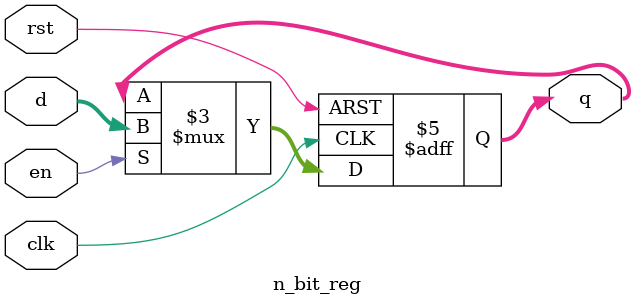
<source format=v>
`timescale 1ns / 1ps


module n_bit_reg #(parameter WIDTH = 32) (
    input [WIDTH-1:0] d, // input data
    input clk, // input clock
    input rst, // input reset
    input en, // input enable
    output reg [WIDTH-1:0] q // output data
    );
    
    always @(posedge clk, negedge rst)
    begin
        if (!rst) begin // if reset is pressed, rst == 0
        q <= 0;
        end
        
        else if (en) begin // if enable, en == 1
        q <= d;
        end
    end
endmodule

</source>
